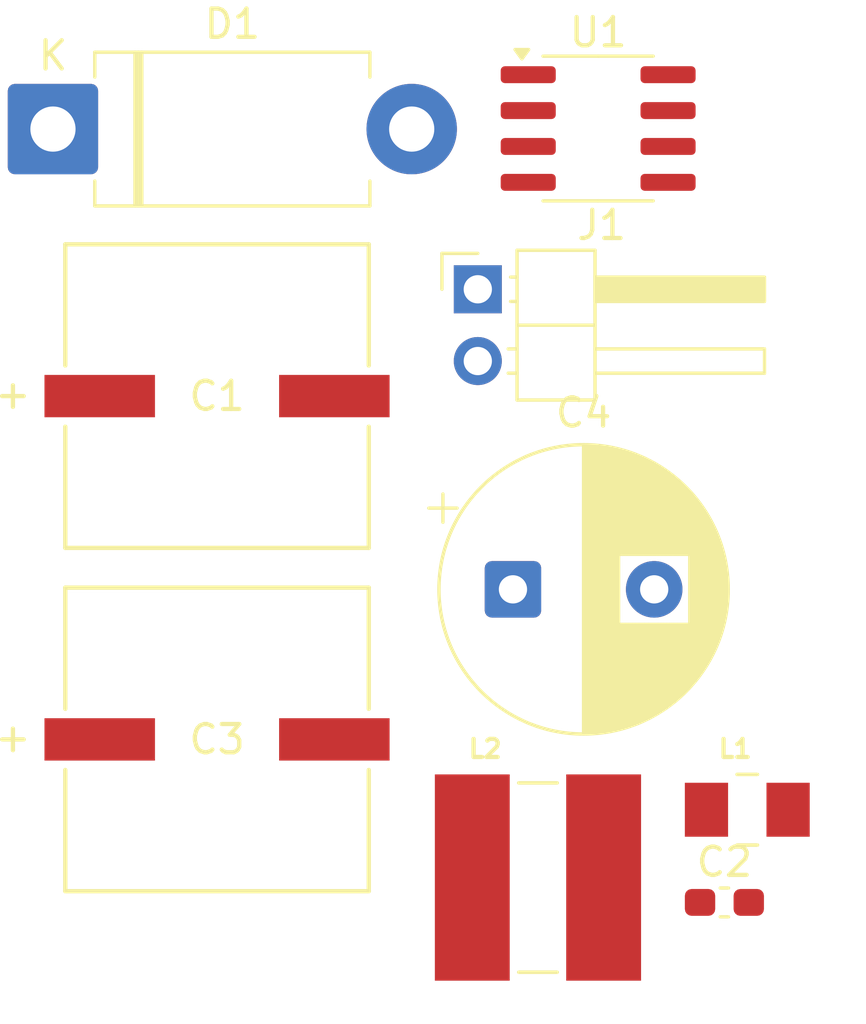
<source format=kicad_pcb>
(kicad_pcb (version 20241229) (generator "pcbnew") (generator_version "9.0")
  (layers (0 "F.Cu" signal) (2 "B.Cu" signal) (13 "F.Paste" user) (15 "B.Paste" user) (5 "F.SilkS" user "F.Silkscreen") (7 "B.SilkS" user "B.Silkscreen") (1 "F.Mask" user) (3 "B.Mask" user) (25 "Edge.Cuts" user))
  (net 0 "")
  (net 1 "GND")
  (net 2 "VDD")
  (net 3 "Net-(U1-FB)")
  (net 4 "+3V3 Buck")
  (net 5 "Net-(D1-K)")
  (footprint "project_footprints:PCAP_10x10-ELECT_NCA" (layer "F.Cu") (at 86.676 71.5803)
    (property "Reference" "C1" (at 0 0 0) (layer "F.SilkS"))
    (property "Value" "330uF")
    (fp_line (start -7.2263 -0.381) (end -7.2263 0.381) (stroke (width 0.1524)) (layer "F.SilkS"))
    (fp_line (start -6.8453 0) (end -7.6073 0) (stroke (width 0.1524)) (layer "F.SilkS"))
    (fp_line (start -5.3721 -5.3721) (end -5.3721 -1.08204) (stroke (width 0.1524)) (layer "F.SilkS"))
    (fp_line (start -5.3721 1.08204) (end -5.3721 5.3721) (stroke (width 0.1524)) (layer "F.SilkS"))
    (fp_line (start -5.3721 5.3721) (end 5.3721 5.3721) (stroke (width 0.1524)) (layer "F.SilkS"))
    (fp_line (start 5.3721 -5.3721) (end -5.3721 -5.3721) (stroke (width 0.1524)) (layer "F.SilkS"))
    (fp_line (start 5.3721 -1.08204) (end 5.3721 -5.3721) (stroke (width 0.1524)) (layer "F.SilkS"))
    (fp_line (start 5.3721 5.3721) (end 5.3721 1.08204) (stroke (width 0.1524)) (layer "F.SilkS"))
    (pad "1" smd rect (at -4.1529 0) (size 3.9116 1.4986) (layers "F.Cu" "F.Mask" "F.Paste") (net 2 "VDD"))
    (pad "2" smd rect (at 4.1529 0) (size 3.9116 1.4986) (layers "F.Cu" "F.Mask" "F.Paste") (net 1 "GND"))
  )
  (footprint "Diode_THT:D_DO-201AD_P12.70mm_Horizontal" (layer "F.Cu") (at 80.8675 62.13)
    (property "Reference" "D1" (at 6.35 -3.72 0) (layer "F.SilkS"))
    (property "Value" "1N5820")
    (fp_line (start 1.48 -2.72) (end 11.22 -2.72) (stroke (width 0.12)) (layer "F.SilkS"))
    (fp_line (start 1.48 -1.84) (end 1.48 -2.72) (stroke (width 0.12)) (layer "F.SilkS"))
    (fp_line (start 1.48 1.84) (end 1.48 2.72) (stroke (width 0.12)) (layer "F.SilkS"))
    (fp_line (start 1.48 2.72) (end 11.22 2.72) (stroke (width 0.12)) (layer "F.SilkS"))
    (fp_line (start 2.905 -2.72) (end 2.905 2.72) (stroke (width 0.12)) (layer "F.SilkS"))
    (fp_line (start 3.025 -2.72) (end 3.025 2.72) (stroke (width 0.12)) (layer "F.SilkS"))
    (fp_line (start 3.145 -2.72) (end 3.145 2.72) (stroke (width 0.12)) (layer "F.SilkS"))
    (fp_line (start 11.22 -2.72) (end 11.22 -1.84) (stroke (width 0.12)) (layer "F.SilkS"))
    (fp_line (start 11.22 2.72) (end 11.22 1.84) (stroke (width 0.12)) (layer "F.SilkS"))
    (fp_text user "K" (at 0 -2.6 0) (layer "F.SilkS"))
    (pad "1" thru_hole roundrect (at 0 0) (size 3.2 3.2) (drill 1.6) (layers "*.Cu" "*.Mask") (roundrect_rratio 0.078125) (net 5 "Net-(D1-K)"))
    (pad "2" thru_hole circle (at 12.7 0) (size 3.2 3.2) (drill 1.6) (layers "*.Cu" "*.Mask") (net 1 "GND"))
  )
  (footprint "Capacitor_THT:CP_Radial_D10.0mm_P5.00mm" (layer "F.Cu") (at 97.152146 78.42)
    (property "Reference" "C4" (at 2.5 -6.25 0) (layer "F.SilkS"))
    (property "Value" "180uF")
    (fp_line (start -2.979646 -2.875) (end -1.979646 -2.875) (stroke (width 0.12)) (layer "F.SilkS"))
    (fp_line (start -2.479646 -3.375) (end -2.479646 -2.375) (stroke (width 0.12)) (layer "F.SilkS"))
    (fp_line (start 2.5 -5.08) (end 2.5 5.08) (stroke (width 0.12)) (layer "F.SilkS"))
    (fp_line (start 2.54 -5.08) (end 2.54 5.08) (stroke (width 0.12)) (layer "F.SilkS"))
    (fp_line (start 2.58 -5.079) (end 2.58 5.079) (stroke (width 0.12)) (layer "F.SilkS"))
    (fp_line (start 2.62 -5.079) (end 2.62 5.079) (stroke (width 0.12)) (layer "F.SilkS"))
    (fp_line (start 2.66 -5.077) (end 2.66 5.077) (stroke (width 0.12)) (layer "F.SilkS"))
    (fp_line (start 2.7 -5.076) (end 2.7 5.076) (stroke (width 0.12)) (layer "F.SilkS"))
    (fp_line (start 2.74 -5.074) (end 2.74 5.074) (stroke (width 0.12)) (layer "F.SilkS"))
    (fp_line (start 2.78 -5.072) (end 2.78 5.072) (stroke (width 0.12)) (layer "F.SilkS"))
    (fp_line (start 2.82 -5.07) (end 2.82 5.07) (stroke (width 0.12)) (layer "F.SilkS"))
    (fp_line (start 2.86 -5.067) (end 2.86 5.067) (stroke (width 0.12)) (layer "F.SilkS"))
    (fp_line (start 2.9 -5.064) (end 2.9 5.064) (stroke (width 0.12)) (layer "F.SilkS"))
    (fp_line (start 2.94 -5.061) (end 2.94 5.061) (stroke (width 0.12)) (layer "F.SilkS"))
    (fp_line (start 2.98 -5.057) (end 2.98 5.057) (stroke (width 0.12)) (layer "F.SilkS"))
    (fp_line (start 3.02 -5.054) (end 3.02 5.054) (stroke (width 0.12)) (layer "F.SilkS"))
    (fp_line (start 3.06 -5.049) (end 3.06 5.049) (stroke (width 0.12)) (layer "F.SilkS"))
    (fp_line (start 3.1 -5.045) (end 3.1 5.045) (stroke (width 0.12)) (layer "F.SilkS"))
    (fp_line (start 3.14 -5.04) (end 3.14 5.04) (stroke (width 0.12)) (layer "F.SilkS"))
    (fp_line (start 3.18 -5.035) (end 3.18 5.035) (stroke (width 0.12)) (layer "F.SilkS"))
    (fp_line (start 3.22 -5.029) (end 3.22 5.029) (stroke (width 0.12)) (layer "F.SilkS"))
    (fp_line (start 3.26 -5.023) (end 3.26 5.023) (stroke (width 0.12)) (layer "F.SilkS"))
    (fp_line (start 3.3 -5.017) (end 3.3 5.017) (stroke (width 0.12)) (layer "F.SilkS"))
    (fp_line (start 3.34 -5.011) (end 3.34 5.011) (stroke (width 0.12)) (layer "F.SilkS"))
    (fp_line (start 3.38 -5.004) (end 3.38 5.004) (stroke (width 0.12)) (layer "F.SilkS"))
    (fp_line (start 3.42 -4.997) (end 3.42 4.997) (stroke (width 0.12)) (layer "F.SilkS"))
    (fp_line (start 3.46 -4.989) (end 3.46 4.989) (stroke (width 0.12)) (layer "F.SilkS"))
    (fp_line (start 3.5 -4.981) (end 3.5 4.981) (stroke (width 0.12)) (layer "F.SilkS"))
    (fp_line (start 3.54 -4.973) (end 3.54 4.973) (stroke (width 0.12)) (layer "F.SilkS"))
    (fp_line (start 3.58 -4.965) (end 3.58 4.965) (stroke (width 0.12)) (layer "F.SilkS"))
    (fp_line (start 3.62 -4.956) (end 3.62 4.956) (stroke (width 0.12)) (layer "F.SilkS"))
    (fp_line (start 3.66 -4.947) (end 3.66 4.947) (stroke (width 0.12)) (layer "F.SilkS"))
    (fp_line (start 3.7 -4.937) (end 3.7 4.937) (stroke (width 0.12)) (layer "F.SilkS"))
    (fp_line (start 3.74 -4.928) (end 3.74 4.928) (stroke (width 0.12)) (layer "F.SilkS"))
    (fp_line (start 3.78 -4.917) (end 3.78 -1.24) (stroke (width 0.12)) (layer "F.SilkS"))
    (fp_line (start 3.78 1.24) (end 3.78 4.917) (stroke (width 0.12)) (layer "F.SilkS"))
    (fp_line (start 3.82 -4.907) (end 3.82 -1.24) (stroke (width 0.12)) (layer "F.SilkS"))
    (fp_line (start 3.82 1.24) (end 3.82 4.907) (stroke (width 0.12)) (layer "F.SilkS"))
    (fp_line (start 3.86 -4.896) (end 3.86 -1.24) (stroke (width 0.12)) (layer "F.SilkS"))
    (fp_line (start 3.86 1.24) (end 3.86 4.896) (stroke (width 0.12)) (layer "F.SilkS"))
    (fp_line (start 3.9 -4.885) (end 3.9 -1.24) (stroke (width 0.12)) (layer "F.SilkS"))
    (fp_line (start 3.9 1.24) (end 3.9 4.885) (stroke (width 0.12)) (layer "F.SilkS"))
    (fp_line (start 3.94 -4.873) (end 3.94 -1.24) (stroke (width 0.12)) (layer "F.SilkS"))
    (fp_line (start 3.94 1.24) (end 3.94 4.873) (stroke (width 0.12)) (layer "F.SilkS"))
    (fp_line (start 3.98 -4.861) (end 3.98 -1.24) (stroke (width 0.12)) (layer "F.SilkS"))
    (fp_line (start 3.98 1.24) (end 3.98 4.861) (stroke (width 0.12)) (layer "F.SilkS"))
    (fp_line (start 4.02 -4.849) (end 4.02 -1.24) (stroke (width 0.12)) (layer "F.SilkS"))
    (fp_line (start 4.02 1.24) (end 4.02 4.849) (stroke (width 0.12)) (layer "F.SilkS"))
    (fp_line (start 4.06 -4.837) (end 4.06 -1.24) (stroke (width 0.12)) (layer "F.SilkS"))
    (fp_line (start 4.06 1.24) (end 4.06 4.837) (stroke (width 0.12)) (layer "F.SilkS"))
    (fp_line (start 4.1 -4.824) (end 4.1 -1.24) (stroke (width 0.12)) (layer "F.SilkS"))
    (fp_line (start 4.1 1.24) (end 4.1 4.824) (stroke (width 0.12)) (layer "F.SilkS"))
    (fp_line (start 4.14 -4.81) (end 4.14 -1.24) (stroke (width 0.12)) (layer "F.SilkS"))
    (fp_line (start 4.14 1.24) (end 4.14 4.81) (stroke (width 0.12)) (layer "F.SilkS"))
    (fp_line (start 4.18 -4.797) (end 4.18 -1.24) (stroke (width 0.12)) (layer "F.SilkS"))
    (fp_line (start 4.18 1.24) (end 4.18 4.797) (stroke (width 0.12)) (layer "F.SilkS"))
    (fp_line (start 4.22 -4.782) (end 4.22 -1.24) (stroke (width 0.12)) (layer "F.SilkS"))
    (fp_line (start 4.22 1.24) (end 4.22 4.782) (stroke (width 0.12)) (layer "F.SilkS"))
    (fp_line (start 4.26 -4.768) (end 4.26 -1.24) (stroke (width 0.12)) (layer "F.SilkS"))
    (fp_line (start 4.26 1.24) (end 4.26 4.768) (stroke (width 0.12)) (layer "F.SilkS"))
    (fp_line (start 4.3 -4.753) (end 4.3 -1.24) (stroke (width 0.12)) (layer "F.SilkS"))
    (fp_line (start 4.3 1.24) (end 4.3 4.753) (stroke (width 0.12)) (layer "F.SilkS"))
    (fp_line (start 4.34 -4.738) (end 4.34 -1.24) (stroke (width 0.12)) (layer "F.SilkS"))
    (fp_line (start 4.34 1.24) (end 4.34 4.738) (stroke (width 0.12)) (layer "F.SilkS"))
    (fp_line (start 4.38 -4.722) (end 4.38 -1.24) (stroke (width 0.12)) (layer "F.SilkS"))
    (fp_line (start 4.38 1.24) (end 4.38 4.722) (stroke (width 0.12)) (layer "F.SilkS"))
    (fp_line (start 4.42 -4.706) (end 4.42 -1.24) (stroke (width 0.12)) (layer "F.SilkS"))
    (fp_line (start 4.42 1.24) (end 4.42 4.706) (stroke (width 0.12)) (layer "F.SilkS"))
    (fp_line (start 4.46 -4.69) (end 4.46 -1.24) (stroke (width 0.12)) (layer "F.SilkS"))
    (fp_line (start 4.46 1.24) (end 4.46 4.69) (stroke (width 0.12)) (layer "F.SilkS"))
    (fp_line (start 4.5 -4.673) (end 4.5 -1.24) (stroke (width 0.12)) (layer "F.SilkS"))
    (fp_line (start 4.5 1.24) (end 4.5 4.673) (stroke (width 0.12)) (layer "F.SilkS"))
    (fp_line (start 4.54 -4.656) (end 4.54 -1.24) (stroke (width 0.12)) (layer "F.SilkS"))
    (fp_line (start 4.54 1.24) (end 4.54 4.656) (stroke (width 0.12)) (layer "F.SilkS"))
    (fp_line (start 4.58 -4.638) (end 4.58 -1.24) (stroke (width 0.12)) (layer "F.SilkS"))
    (fp_line (start 4.58 1.24) (end 4.58 4.638) (stroke (width 0.12)) (layer "F.SilkS"))
    (fp_line (start 4.62 -4.62) (end 4.62 -1.24) (stroke (width 0.12)) (layer "F.SilkS"))
    (fp_line (start 4.62 1.24) (end 4.62 4.62) (stroke (width 0.12)) (layer "F.SilkS"))
    (fp_line (start 4.66 -4.602) (end 4.66 -1.24) (stroke (width 0.12)) (layer "F.SilkS"))
    (fp_line (start 4.66 1.24) (end 4.66 4.602) (stroke (width 0.12)) (layer "F.SilkS"))
    (fp_line (start 4.7 -4.583) (end 4.7 -1.24) (stroke (width 0.12)) (layer "F.SilkS"))
    (fp_line (start 4.7 1.24) (end 4.7 4.583) (stroke (width 0.12)) (layer "F.SilkS"))
    (fp_line (start 4.74 -4.564) (end 4.74 -1.24) (stroke (width 0.12)) (layer "F.SilkS"))
    (fp_line (start 4.74 1.24) (end 4.74 4.564) (stroke (width 0.12)) (layer "F.SilkS"))
    (fp_line (start 4.78 -4.544) (end 4.78 -1.24) (stroke (width 0.12)) (layer "F.SilkS"))
    (fp_line (start 4.78 1.24) (end 4.78 4.544) (stroke (width 0.12)) (layer "F.SilkS"))
    (fp_line (start 4.82 -4.524) (end 4.82 -1.24) (stroke (width 0.12)) (layer "F.SilkS"))
    (fp_line (start 4.82 1.24) (end 4.82 4.524) (stroke (width 0.12)) (layer "F.SilkS"))
    (fp_line (start 4.86 -4.504) (end 4.86 -1.24) (stroke (width 0.12)) (layer "F.SilkS"))
    (fp_line (start 4.86 1.24) (end 4.86 4.504) (stroke (width 0.12)) (layer "F.SilkS"))
    (fp_line (start 4.9 -4.483) (end 4.9 -1.24) (stroke (width 0.12)) (layer "F.SilkS"))
    (fp_line (start 4.9 1.24) (end 4.9 4.483) (stroke (width 0.12)) (layer "F.SilkS"))
    (fp_line (start 4.94 -4.461) (end 4.94 -1.24) (stroke (width 0.12)) (layer "F.SilkS"))
    (fp_line (start 4.94 1.24) (end 4.94 4.461) (stroke (width 0.12)) (layer "F.SilkS"))
    (fp_line (start 4.98 -4.439) (end 4.98 -1.24) (stroke (width 0.12)) (layer "F.SilkS"))
    (fp_line (start 4.98 1.24) (end 4.98 4.439) (stroke (width 0.12)) (layer "F.SilkS"))
    (fp_line (start 5.02 -4.417) (end 5.02 -1.24) (stroke (width 0.12)) (layer "F.SilkS"))
    (fp_line (start 5.02 1.24) (end 5.02 4.417) (stroke (width 0.12)) (layer "F.SilkS"))
    (fp_line (start 5.06 -4.394) (end 5.06 -1.24) (stroke (width 0.12)) (layer "F.SilkS"))
    (fp_line (start 5.06 1.24) (end 5.06 4.394) (stroke (width 0.12)) (layer "F.SilkS"))
    (fp_line (start 5.1 -4.371) (end 5.1 -1.24) (stroke (width 0.12)) (layer "F.SilkS"))
    (fp_line (start 5.1 1.24) (end 5.1 4.371) (stroke (width 0.12)) (layer "F.SilkS"))
    (fp_line (start 5.14 -4.347) (end 5.14 -1.24) (stroke (width 0.12)) (layer "F.SilkS"))
    (fp_line (start 5.14 1.24) (end 5.14 4.347) (stroke (width 0.12)) (layer "F.SilkS"))
    (fp_line (start 5.18 -4.323) (end 5.18 -1.24) (stroke (width 0.12)) (layer "F.SilkS"))
    (fp_line (start 5.18 1.24) (end 5.18 4.323) (stroke (width 0.12)) (layer "F.SilkS"))
    (fp_line (start 5.22 -4.298) (end 5.22 -1.24) (stroke (width 0.12)) (layer "F.SilkS"))
    (fp_line (start 5.22 1.24) (end 5.22 4.298) (stroke (width 0.12)) (layer "F.SilkS"))
    (fp_line (start 5.26 -4.272) (end 5.26 -1.24) (stroke (width 0.12)) (layer "F.SilkS"))
    (fp_line (start 5.26 1.24) (end 5.26 4.272) (stroke (width 0.12)) (layer "F.SilkS"))
    (fp_line (start 5.3 -4.247) (end 5.3 -1.24) (stroke (width 0.12)) (layer "F.SilkS"))
    (fp_line (start 5.3 1.24) (end 5.3 4.247) (stroke (width 0.12)) (layer "F.SilkS"))
    (fp_line (start 5.34 -4.22) (end 5.34 -1.24) (stroke (width 0.12)) (layer "F.SilkS"))
    (fp_line (start 5.34 1.24) (end 5.34 4.22) (stroke (width 0.12)) (layer "F.SilkS"))
    (fp_line (start 5.38 -4.193) (end 5.38 -1.24) (stroke (width 0.12)) (layer "F.SilkS"))
    (fp_line (start 5.38 1.24) (end 5.38 4.193) (stroke (width 0.12)) (layer "F.SilkS"))
    (fp_line (start 5.42 -4.166) (end 5.42 -1.24) (stroke (width 0.12)) (layer "F.SilkS"))
    (fp_line (start 5.42 1.24) (end 5.42 4.166) (stroke (width 0.12)) (layer "F.SilkS"))
    (fp_line (start 5.46 -4.138) (end 5.46 -1.24) (stroke (width 0.12)) (layer "F.SilkS"))
    (fp_line (start 5.46 1.24) (end 5.46 4.138) (stroke (width 0.12)) (layer "F.SilkS"))
    (fp_line (start 5.5 -4.109) (end 5.5 -1.24) (stroke (width 0.12)) (layer "F.SilkS"))
    (fp_line (start 5.5 1.24) (end 5.5 4.109) (stroke (width 0.12)) (layer "F.SilkS"))
    (fp_line (start 5.54 -4.08) (end 5.54 -1.24) (stroke (width 0.12)) (layer "F.SilkS"))
    (fp_line (start 5.54 1.24) (end 5.54 4.08) (stroke (width 0.12)) (layer "F.SilkS"))
    (fp_line (start 5.58 -4.05) (end 5.58 -1.24) (stroke (width 0.12)) (layer "F.SilkS"))
    (fp_line (start 5.58 1.24) (end 5.58 4.05) (stroke (width 0.12)) (layer "F.SilkS"))
    (fp_line (start 5.62 -4.02) (end 5.62 -1.24) (stroke (width 0.12)) (layer "F.SilkS"))
    (fp_line (start 5.62 1.24) (end 5.62 4.02) (stroke (width 0.12)) (layer "F.SilkS"))
    (fp_line (start 5.66 -3.988) (end 5.66 -1.24) (stroke (width 0.12)) (layer "F.SilkS"))
    (fp_line (start 5.66 1.24) (end 5.66 3.988) (stroke (width 0.12)) (layer "F.SilkS"))
    (fp_line (start 5.7 -3.957) (end 5.7 -1.24) (stroke (width 0.12)) (layer "F.SilkS"))
    (fp_line (start 5.7 1.24) (end 5.7 3.957) (stroke (width 0.12)) (layer "F.SilkS"))
    (fp_line (start 5.74 -3.924) (end 5.74 -1.24) (stroke (width 0.12)) (layer "F.SilkS"))
    (fp_line (start 5.74 1.24) (end 5.74 3.924) (stroke (width 0.12)) (layer "F.SilkS"))
    (fp_line (start 5.78 -3.891) (end 5.78 -1.24) (stroke (width 0.12)) (layer "F.SilkS"))
    (fp_line (start 5.78 1.24) (end 5.78 3.891) (stroke (width 0.12)) (layer "F.SilkS"))
    (fp_line (start 5.82 -3.858) (end 5.82 -1.24) (stroke (width 0.12)) (layer "F.SilkS"))
    (fp_line (start 5.82 1.24) (end 5.82 3.858) (stroke (width 0.12)) (layer "F.SilkS"))
    (fp_line (start 5.86 -3.823) (end 5.86 -1.24) (stroke (width 0.12)) (layer "F.SilkS"))
    (fp_line (start 5.86 1.24) (end 5.86 3.823) (stroke (width 0.12)) (layer "F.SilkS"))
    (fp_line (start 5.9 -3.788) (end 5.9 -1.24) (stroke (width 0.12)) (layer "F.SilkS"))
    (fp_line (start 5.9 1.24) (end 5.9 3.788) (stroke (width 0.12)) (layer "F.SilkS"))
    (fp_line (start 5.94 -3.752) (end 5.94 -1.24) (stroke (width 0.12)) (layer "F.SilkS"))
    (fp_line (start 5.94 1.24) (end 5.94 3.752) (stroke (width 0.12)) (layer "F.SilkS"))
    (fp_line (start 5.98 -3.716) (end 5.98 -1.24) (stroke (width 0.12)) (layer "F.SilkS"))
    (fp_line (start 5.98 1.24) (end 5.98 3.716) (stroke (width 0.12)) (layer "F.SilkS"))
    (fp_line (start 6.02 -3.678) (end 6.02 -1.24) (stroke (width 0.12)) (layer "F.SilkS"))
    (fp_line (start 6.02 1.24) (end 6.02 3.678) (stroke (width 0.12)) (layer "F.SilkS"))
    (fp_line (start 6.06 -3.64) (end 6.06 -1.24) (stroke (width 0.12)) (layer "F.SilkS"))
    (fp_line (start 6.06 1.24) (end 6.06 3.64) (stroke (width 0.12)) (layer "F.SilkS"))
    (fp_line (start 6.1 -3.601) (end 6.1 -1.24) (stroke (width 0.12)) (layer "F.SilkS"))
    (fp_line (start 6.1 1.24) (end 6.1 3.601) (stroke (width 0.12)) (layer "F.SilkS"))
    (fp_line (start 6.14 -3.561) (end 6.14 -1.24) (stroke (width 0.12)) (layer "F.SilkS"))
    (fp_line (start 6.14 1.24) (end 6.14 3.561) (stroke (width 0.12)) (layer "F.SilkS"))
    (fp_line (start 6.18 -3.52) (end 6.18 -1.24) (stroke (width 0.12)) (layer "F.SilkS"))
    (fp_line (start 6.18 1.24) (end 6.18 3.52) (stroke (width 0.12)) (layer "F.SilkS"))
    (fp_line (start 6.22 -3.478) (end 6.22 -1.24) (stroke (width 0.12)) (layer "F.SilkS"))
    (fp_line (start 6.22 1.24) (end 6.22 3.478) (stroke (width 0.12)) (layer "F.SilkS"))
    (fp_line (start 6.26 -3.435) (end 6.26 3.435) (stroke (width 0.12)) (layer "F.SilkS"))
    (fp_line (start 6.3 -3.391) (end 6.3 3.391) (stroke (width 0.12)) (layer "F.SilkS"))
    (fp_line (start 6.34 -3.347) (end 6.34 3.347) (stroke (width 0.12)) (layer "F.SilkS"))
    (fp_line (start 6.38 -3.301) (end 6.38 3.301) (stroke (width 0.12)) (layer "F.SilkS"))
    (fp_line (start 6.42 -3.254) (end 6.42 3.254) (stroke (width 0.12)) (layer "F.SilkS"))
    (fp_line (start 6.46 -3.205) (end 6.46 3.205) (stroke (width 0.12)) (layer "F.SilkS"))
    (fp_line (start 6.5 -3.156) (end 6.5 3.156) (stroke (width 0.12)) (layer "F.SilkS"))
    (fp_line (start 6.54 -3.105) (end 6.54 3.105) (stroke (width 0.12)) (layer "F.SilkS"))
    (fp_line (start 6.58 -3.053) (end 6.58 3.053) (stroke (width 0.12)) (layer "F.SilkS"))
    (fp_line (start 6.62 -3) (end 6.62 3) (stroke (width 0.12)) (layer "F.SilkS"))
    (fp_line (start 6.66 -2.945) (end 6.66 2.945) (stroke (width 0.12)) (layer "F.SilkS"))
    (fp_line (start 6.7 -2.888) (end 6.7 2.888) (stroke (width 0.12)) (layer "F.SilkS"))
    (fp_line (start 6.74 -2.83) (end 6.74 2.83) (stroke (width 0.12)) (layer "F.SilkS"))
    (fp_line (start 6.78 -2.77) (end 6.78 2.77) (stroke (width 0.12)) (layer "F.SilkS"))
    (fp_line (start 6.82 -2.708) (end 6.82 2.708) (stroke (width 0.12)) (layer "F.SilkS"))
    (fp_line (start 6.86 -2.644) (end 6.86 2.644) (stroke (width 0.12)) (layer "F.SilkS"))
    (fp_line (start 6.9 -2.578) (end 6.9 2.578) (stroke (width 0.12)) (layer "F.SilkS"))
    (fp_line (start 6.94 -2.51) (end 6.94 2.51) (stroke (width 0.12)) (layer "F.SilkS"))
    (fp_line (start 6.98 -2.439) (end 6.98 2.439) (stroke (width 0.12)) (layer "F.SilkS"))
    (fp_line (start 7.02 -2.365) (end 7.02 2.365) (stroke (width 0.12)) (layer "F.SilkS"))
    (fp_line (start 7.06 -2.288) (end 7.06 2.288) (stroke (width 0.12)) (layer "F.SilkS"))
    (fp_line (start 7.1 -2.208) (end 7.1 2.208) (stroke (width 0.12)) (layer "F.SilkS"))
    (fp_line (start 7.14 -2.124) (end 7.14 2.124) (stroke (width 0.12)) (layer "F.SilkS"))
    (fp_line (start 7.18 -2.037) (end 7.18 2.037) (stroke (width 0.12)) (layer "F.SilkS"))
    (fp_line (start 7.22 -1.944) (end 7.22 1.944) (stroke (width 0.12)) (layer "F.SilkS"))
    (fp_line (start 7.26 -1.846) (end 7.26 1.846) (stroke (width 0.12)) (layer "F.SilkS"))
    (fp_line (start 7.3 -1.742) (end 7.3 1.742) (stroke (width 0.12)) (layer "F.SilkS"))
    (fp_line (start 7.34 -1.63) (end 7.34 1.63) (stroke (width 0.12)) (layer "F.SilkS"))
    (fp_line (start 7.38 -1.509) (end 7.38 1.509) (stroke (width 0.12)) (layer "F.SilkS"))
    (fp_line (start 7.42 -1.377) (end 7.42 1.377) (stroke (width 0.12)) (layer "F.SilkS"))
    (fp_line (start 7.46 -1.23) (end 7.46 1.23) (stroke (width 0.12)) (layer "F.SilkS"))
    (fp_line (start 7.5 -1.062) (end 7.5 1.062) (stroke (width 0.12)) (layer "F.SilkS"))
    (fp_line (start 7.54 -0.862) (end 7.54 0.862) (stroke (width 0.12)) (layer "F.SilkS"))
    (fp_line (start 7.58 -0.599) (end 7.58 0.599) (stroke (width 0.12)) (layer "F.SilkS"))
    (fp_circle (center 2.5 0) (end 7.62 0) (stroke (width 0.12)) (fill no) (layer "F.SilkS"))
    (pad "1" thru_hole roundrect (at 0 0) (size 2 2) (drill 1) (layers "*.Cu" "*.Mask") (roundrect_rratio 0.125) (net 4 "+3V3 Buck"))
    (pad "2" thru_hole circle (at 5 0) (size 2 2) (drill 1) (layers "*.Cu" "*.Mask") (net 1 "GND"))
  )
  (footprint "Capacitor_SMD:C_0603_1608Metric_Pad1.08x0.95mm_HandSolder" (layer "F.Cu") (at 104.6375 89.5)
    (property "Reference" "C2" (at 0 -1.43 0) (layer "F.SilkS"))
    (property "Value" "1uF")
    (fp_line (start -0.146267 -0.51) (end 0.146267 -0.51) (stroke (width 0.12)) (layer "F.SilkS"))
    (fp_line (start -0.146267 0.51) (end 0.146267 0.51) (stroke (width 0.12)) (layer "F.SilkS"))
    (pad "1" smd roundrect (at -0.8625 0) (size 1.075 0.95) (layers "F.Cu" "F.Mask" "F.Paste") (net 2 "VDD"))
    (pad "2" smd roundrect (at 0.8625 0) (size 1.075 0.95) (layers "F.Cu" "F.Mask" "F.Paste") (net 1 "GND"))
  )
  (footprint "Package_SO:SOIC-8_3.9x4.9mm_P1.27mm" (layer "F.Cu") (at 100.1675 62.11)
    (property "Reference" "U1" (at 0 -3.4 0) (layer "F.SilkS"))
    (property "Value" "XL1509-3.3")
    (fp_line (start 0 -2.56) (end -1.95 -2.56) (stroke (width 0.12)) (layer "F.SilkS"))
    (fp_line (start 0 -2.56) (end 1.95 -2.56) (stroke (width 0.12)) (layer "F.SilkS"))
    (fp_line (start 0 2.56) (end -1.95 2.56) (stroke (width 0.12)) (layer "F.SilkS"))
    (fp_line (start 0 2.56) (end 1.95 2.56) (stroke (width 0.12)) (layer "F.SilkS"))
    (fp_poly (pts (xy -2.7 -2.465) (xy -2.94 -2.795) (xy -2.46 -2.795)) (stroke (width 0.12)) (fill yes) (layer "F.SilkS"))
    (pad "1" smd roundrect (at -2.475 -1.905) (size 1.95 0.6) (layers "F.Cu" "F.Mask" "F.Paste") (net 2 "VDD"))
    (pad "2" smd roundrect (at -2.475 -0.635) (size 1.95 0.6) (layers "F.Cu" "F.Mask" "F.Paste") (net 5 "Net-(D1-K)"))
    (pad "3" smd roundrect (at -2.475 0.635) (size 1.95 0.6) (layers "F.Cu" "F.Mask" "F.Paste") (net 3 "Net-(U1-FB)"))
    (pad "4" smd roundrect (at -2.475 1.905) (size 1.95 0.6) (layers "F.Cu" "F.Mask" "F.Paste") (net 1 "GND"))
    (pad "5" smd roundrect (at 2.475 1.905) (size 1.95 0.6) (layers "F.Cu" "F.Mask" "F.Paste") (net 1 "GND"))
    (pad "6" smd roundrect (at 2.475 0.635) (size 1.95 0.6) (layers "F.Cu" "F.Mask" "F.Paste") (net 1 "GND"))
    (pad "7" smd roundrect (at 2.475 -0.635) (size 1.95 0.6) (layers "F.Cu" "F.Mask" "F.Paste") (net 1 "GND"))
    (pad "8" smd roundrect (at 2.475 -1.905) (size 1.95 0.6) (layers "F.Cu" "F.Mask" "F.Paste") (net 1 "GND"))
  )
  (footprint "project_footprints:INDM3225X240N" (layer "F.Cu") (at 105.4475 86.22)
    (property "Reference" "L1" (at -0.428 -2.1564 0) (layer "F.SilkS") (effects (font (size 0.64 0.64))))
    (property "Value" "47uH")
    (fp_line (start -0.36 -1.25) (end 0.36 -1.25) (stroke (width 0.127)) (layer "F.SilkS"))
    (fp_line (start -0.36 1.25) (end 0.36 1.25) (stroke (width 0.127)) (layer "F.SilkS"))
    (pad "1" smd rect (at -1.445 0) (size 1.53 1.91) (layers "F.Cu" "F.Mask" "F.Paste") (net 5 "Net-(D1-K)"))
    (pad "2" smd rect (at 1.445 0) (size 1.53 1.91) (layers "F.Cu" "F.Mask" "F.Paste") (net 3 "Net-(U1-FB)"))
  )
  (footprint "project_footprints:PCAP_10x10-ELECT_NCA" (layer "F.Cu") (at 86.676 83.7309)
    (property "Reference" "C3" (at 0 0 0) (layer "F.SilkS"))
    (property "Value" "330uF")
    (fp_line (start -7.2263 -0.381) (end -7.2263 0.381) (stroke (width 0.1524)) (layer "F.SilkS"))
    (fp_line (start -6.8453 0) (end -7.6073 0) (stroke (width 0.1524)) (layer "F.SilkS"))
    (fp_line (start -5.3721 -5.3721) (end -5.3721 -1.08204) (stroke (width 0.1524)) (layer "F.SilkS"))
    (fp_line (start -5.3721 1.08204) (end -5.3721 5.3721) (stroke (width 0.1524)) (layer "F.SilkS"))
    (fp_line (start -5.3721 5.3721) (end 5.3721 5.3721) (stroke (width 0.1524)) (layer "F.SilkS"))
    (fp_line (start 5.3721 -5.3721) (end -5.3721 -5.3721) (stroke (width 0.1524)) (layer "F.SilkS"))
    (fp_line (start 5.3721 -1.08204) (end 5.3721 -5.3721) (stroke (width 0.1524)) (layer "F.SilkS"))
    (fp_line (start 5.3721 5.3721) (end 5.3721 1.08204) (stroke (width 0.1524)) (layer "F.SilkS"))
    (pad "1" smd rect (at -4.1529 0) (size 3.9116 1.4986) (layers "F.Cu" "F.Mask" "F.Paste") (net 3 "Net-(U1-FB)"))
    (pad "2" smd rect (at 4.1529 0) (size 3.9116 1.4986) (layers "F.Cu" "F.Mask" "F.Paste") (net 1 "GND"))
  )
  (footprint "project_footprints:IND_ASPI-0602S-3R0M-T" (layer "F.Cu") (at 98.0375 88.62)
    (property "Reference" "L2" (at -1.868 -4.5564 0) (layer "F.SilkS") (effects (font (size 0.64 0.64))))
    (property "Value" "3uH")
    (fp_line (start -0.68 -3.35) (end 0.68 -3.35) (stroke (width 0.127)) (layer "F.SilkS"))
    (fp_line (start -0.68 3.35) (end 0.68 3.35) (stroke (width 0.127)) (layer "F.SilkS"))
    (pad "1" smd rect (at -2.325 0) (size 2.65 7.3) (layers "F.Cu" "F.Mask" "F.Paste") (net 3 "Net-(U1-FB)"))
    (pad "2" smd rect (at 2.325 0) (size 2.65 7.3) (layers "F.Cu" "F.Mask" "F.Paste") (net 4 "+3V3 Buck"))
  )
  (footprint "Connector_PinHeader_2.54mm:PinHeader_1x02_P2.54mm_Horizontal" (layer "F.Cu") (at 95.9075 67.8)
    (property "Reference" "J1" (at 4.385 -2.27 0) (layer "F.SilkS"))
    (property "Value" "Conn_01x02_Pin")
    (fp_line (start -1.27 -1.27) (end 0 -1.27) (stroke (width 0.12)) (layer "F.SilkS"))
    (fp_line (start -1.27 0) (end -1.27 -1.27) (stroke (width 0.12)) (layer "F.SilkS"))
    (fp_line (start 1.077358 2.11) (end 1.39 2.11) (stroke (width 0.12)) (layer "F.SilkS"))
    (fp_line (start 1.077358 2.97) (end 1.39 2.97) (stroke (width 0.12)) (layer "F.SilkS"))
    (fp_line (start 1.16 -0.43) (end 1.39 -0.43) (stroke (width 0.12)) (layer "F.SilkS"))
    (fp_line (start 1.16 0.43) (end 1.39 0.43) (stroke (width 0.12)) (layer "F.SilkS"))
    (fp_line (start 1.39 -1.38) (end 1.39 3.92) (stroke (width 0.12)) (layer "F.SilkS"))
    (fp_line (start 1.39 1.27) (end 4.15 1.27) (stroke (width 0.12)) (layer "F.SilkS"))
    (fp_line (start 1.39 3.92) (end 4.15 3.92) (stroke (width 0.12)) (layer "F.SilkS"))
    (fp_line (start 4.15 -1.38) (end 1.39 -1.38) (stroke (width 0.12)) (layer "F.SilkS"))
    (fp_line (start 4.15 2.11) (end 10.15 2.11) (stroke (width 0.12)) (layer "F.SilkS"))
    (fp_line (start 4.15 3.92) (end 4.15 -1.38) (stroke (width 0.12)) (layer "F.SilkS"))
    (fp_line (start 10.15 2.11) (end 10.15 2.97) (stroke (width 0.12)) (layer "F.SilkS"))
    (fp_line (start 10.15 2.97) (end 4.15 2.97) (stroke (width 0.12)) (layer "F.SilkS"))
    (fp_rect (start 4.15 -0.43) (end 10.15 0.43) (stroke (width 0.12)) (fill yes) (layer "F.SilkS"))
    (pad "1" thru_hole rect (at 0 0) (size 1.7 1.7) (drill 1) (layers "*.Cu" "*.Mask") (net 2 "VDD"))
    (pad "2" thru_hole circle (at 0 2.54) (size 1.7 1.7) (drill 1) (layers "*.Cu" "*.Mask") (net 4 "+3V3 Buck"))
  )
)
</source>
